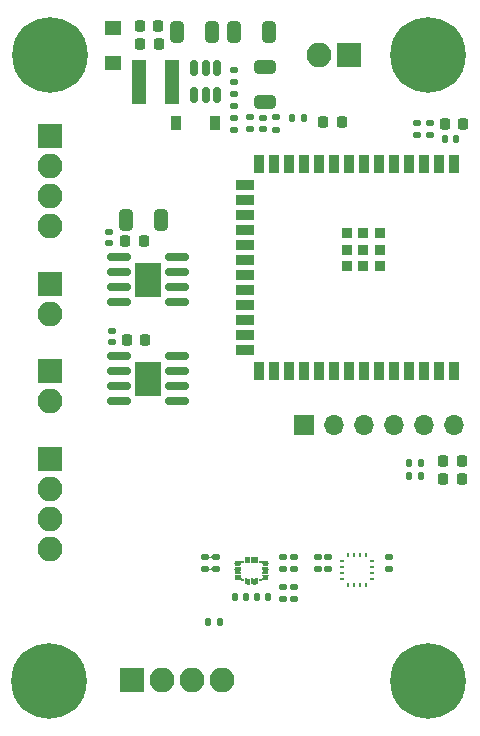
<source format=gbr>
%TF.GenerationSoftware,KiCad,Pcbnew,(6.0.7)*%
%TF.CreationDate,2025-03-15T16:29:39+08:00*%
%TF.ProjectId,solar_tracer,736f6c61-725f-4747-9261-6365722e6b69,1*%
%TF.SameCoordinates,PX6979f40PY7be1de0*%
%TF.FileFunction,Soldermask,Top*%
%TF.FilePolarity,Negative*%
%FSLAX46Y46*%
G04 Gerber Fmt 4.6, Leading zero omitted, Abs format (unit mm)*
G04 Created by KiCad (PCBNEW (6.0.7)) date 2025-03-15 16:29:39*
%MOMM*%
%LPD*%
G01*
G04 APERTURE LIST*
G04 Aperture macros list*
%AMRoundRect*
0 Rectangle with rounded corners*
0 $1 Rounding radius*
0 $2 $3 $4 $5 $6 $7 $8 $9 X,Y pos of 4 corners*
0 Add a 4 corners polygon primitive as box body*
4,1,4,$2,$3,$4,$5,$6,$7,$8,$9,$2,$3,0*
0 Add four circle primitives for the rounded corners*
1,1,$1+$1,$2,$3*
1,1,$1+$1,$4,$5*
1,1,$1+$1,$6,$7*
1,1,$1+$1,$8,$9*
0 Add four rect primitives between the rounded corners*
20,1,$1+$1,$2,$3,$4,$5,0*
20,1,$1+$1,$4,$5,$6,$7,0*
20,1,$1+$1,$6,$7,$8,$9,0*
20,1,$1+$1,$8,$9,$2,$3,0*%
G04 Aperture macros list end*
%ADD10C,0.800000*%
%ADD11C,6.400000*%
%ADD12RoundRect,0.225000X0.225000X0.250000X-0.225000X0.250000X-0.225000X-0.250000X0.225000X-0.250000X0*%
%ADD13RoundRect,0.250000X0.325000X0.650000X-0.325000X0.650000X-0.325000X-0.650000X0.325000X-0.650000X0*%
%ADD14RoundRect,0.225000X-0.225000X-0.250000X0.225000X-0.250000X0.225000X0.250000X-0.225000X0.250000X0*%
%ADD15R,2.290000X3.000000*%
%ADD16RoundRect,0.150000X0.825000X0.150000X-0.825000X0.150000X-0.825000X-0.150000X0.825000X-0.150000X0*%
%ADD17R,0.250000X0.450000*%
%ADD18R,0.450000X0.250000*%
%ADD19R,0.270000X0.600000*%
%ADD20R,0.600000X0.270000*%
%ADD21RoundRect,0.150000X0.150000X-0.512500X0.150000X0.512500X-0.150000X0.512500X-0.150000X-0.512500X0*%
%ADD22R,0.900000X1.500000*%
%ADD23R,1.500000X0.900000*%
%ADD24R,0.900000X0.900000*%
%ADD25RoundRect,0.135000X0.185000X-0.135000X0.185000X0.135000X-0.185000X0.135000X-0.185000X-0.135000X0*%
%ADD26RoundRect,0.135000X-0.185000X0.135000X-0.185000X-0.135000X0.185000X-0.135000X0.185000X0.135000X0*%
%ADD27RoundRect,0.135000X-0.135000X-0.185000X0.135000X-0.185000X0.135000X0.185000X-0.135000X0.185000X0*%
%ADD28R,1.200000X3.700000*%
%ADD29O,2.100000X2.100000*%
%ADD30R,2.100000X2.100000*%
%ADD31O,1.700000X1.700000*%
%ADD32R,1.700000X1.700000*%
%ADD33RoundRect,0.218750X0.218750X0.256250X-0.218750X0.256250X-0.218750X-0.256250X0.218750X-0.256250X0*%
%ADD34R,1.400000X1.300000*%
%ADD35R,0.900000X1.200000*%
%ADD36RoundRect,0.140000X0.170000X-0.140000X0.170000X0.140000X-0.170000X0.140000X-0.170000X-0.140000X0*%
%ADD37RoundRect,0.140000X0.140000X0.170000X-0.140000X0.170000X-0.140000X-0.170000X0.140000X-0.170000X0*%
%ADD38RoundRect,0.140000X-0.170000X0.140000X-0.170000X-0.140000X0.170000X-0.140000X0.170000X0.140000X0*%
%ADD39RoundRect,0.140000X-0.140000X-0.170000X0.140000X-0.170000X0.140000X0.170000X-0.140000X0.170000X0*%
%ADD40RoundRect,0.250000X-0.325000X-0.650000X0.325000X-0.650000X0.325000X0.650000X-0.325000X0.650000X0*%
%ADD41RoundRect,0.250000X0.650000X-0.325000X0.650000X0.325000X-0.650000X0.325000X-0.650000X-0.325000X0*%
G04 APERTURE END LIST*
D10*
%TO.C,H4*%
X33600000Y57000000D03*
X34302944Y55302944D03*
X34302944Y58697056D03*
X36000000Y54600000D03*
D11*
X36000000Y57000000D03*
D10*
X38400000Y57000000D03*
X37697056Y58697056D03*
X37697056Y55302944D03*
X36000000Y59400000D03*
%TD*%
%TO.C,H1*%
X1600000Y57000000D03*
X2302944Y55302944D03*
X2302944Y58697056D03*
X4000000Y54600000D03*
D11*
X4000000Y57000000D03*
D10*
X6400000Y57000000D03*
X5697056Y58697056D03*
X5697056Y55302944D03*
X4000000Y59400000D03*
%TD*%
D12*
%TO.C,C10*%
X11642600Y59450400D03*
X13192600Y59450400D03*
%TD*%
%TO.C,C9*%
X11668000Y57926400D03*
X13218000Y57926400D03*
%TD*%
D13*
%TO.C,C7*%
X19607000Y58917000D03*
X22557000Y58917000D03*
%TD*%
D14*
%TO.C,C2*%
X37461400Y51166600D03*
X39011400Y51166600D03*
%TD*%
D15*
%TO.C,U6*%
X12319000Y29580000D03*
D16*
X9844000Y27675000D03*
X9844000Y28945000D03*
X9844000Y30215000D03*
X9844000Y31485000D03*
X14794000Y31485000D03*
X14794000Y30215000D03*
X14794000Y28945000D03*
X14794000Y27675000D03*
%TD*%
D15*
%TO.C,U5*%
X12319000Y37962000D03*
D16*
X9844000Y36057000D03*
X9844000Y37327000D03*
X9844000Y38597000D03*
X9844000Y39867000D03*
X14794000Y39867000D03*
X14794000Y38597000D03*
X14794000Y37327000D03*
X14794000Y36057000D03*
%TD*%
D17*
%TO.C,U4*%
X30788000Y12123000D03*
X30288000Y12123000D03*
X29788000Y12123000D03*
X29288000Y12123000D03*
D18*
X28778000Y12633000D03*
X28778000Y13133000D03*
X28778000Y13633000D03*
X28778000Y14133000D03*
D17*
X29288000Y14643000D03*
X29788000Y14643000D03*
X30288000Y14643000D03*
X30788000Y14643000D03*
D18*
X31298000Y14133000D03*
X31298000Y13633000D03*
X31298000Y13133000D03*
X31298000Y12633000D03*
%TD*%
D19*
%TO.C,U3*%
X20582000Y14244000D03*
X21082000Y14244000D03*
X21582000Y14244000D03*
D20*
X22252000Y14074000D03*
X22252000Y13574000D03*
X22252000Y13074000D03*
X22252000Y12574000D03*
D19*
X21582000Y12404000D03*
X21082000Y12404000D03*
X20582000Y12404000D03*
D20*
X19912000Y12574000D03*
X19912000Y13074000D03*
X19912000Y13574000D03*
X19912000Y14074000D03*
%TD*%
D21*
%TO.C,U2*%
X16242800Y55863500D03*
X17192800Y55863500D03*
X18142800Y55863500D03*
X18142800Y53588500D03*
X17192800Y53588500D03*
X16242800Y53588500D03*
%TD*%
D22*
%TO.C,U1*%
X38260000Y47750000D03*
X36990000Y47750000D03*
X35720000Y47750000D03*
X34450000Y47750000D03*
X33180000Y47750000D03*
X31910000Y47750000D03*
X30640000Y47750000D03*
X29370000Y47750000D03*
X28100000Y47750000D03*
X26830000Y47750000D03*
X25560000Y47750000D03*
X24290000Y47750000D03*
X23020000Y47750000D03*
X21750000Y47750000D03*
D23*
X20500000Y45985000D03*
X20500000Y44715000D03*
X20500000Y43445000D03*
X20500000Y42175000D03*
X20500000Y40905000D03*
X20500000Y39635000D03*
X20500000Y38365000D03*
X20500000Y37095000D03*
X20500000Y35825000D03*
X20500000Y34555000D03*
X20500000Y33285000D03*
X20500000Y32015000D03*
D22*
X21750000Y30250000D03*
X23020000Y30250000D03*
X24290000Y30250000D03*
X25560000Y30250000D03*
X26830000Y30250000D03*
X28100000Y30250000D03*
X29370000Y30250000D03*
X30640000Y30250000D03*
X31910000Y30250000D03*
X33180000Y30250000D03*
X34450000Y30250000D03*
X35720000Y30250000D03*
X36990000Y30250000D03*
X38260000Y30250000D03*
D24*
X30540000Y40500000D03*
X30540000Y41900000D03*
X31940000Y41900000D03*
X31940000Y39100000D03*
X29140000Y40500000D03*
X30540000Y39100000D03*
X29140000Y39100000D03*
X31940000Y40500000D03*
X29140000Y41900000D03*
%TD*%
D25*
%TO.C,R15*%
X23749000Y13447000D03*
X23749000Y14467000D03*
%TD*%
%TO.C,R14*%
X24699000Y13447000D03*
X24699000Y14467000D03*
%TD*%
%TO.C,R13*%
X18034000Y13449000D03*
X18034000Y14469000D03*
%TD*%
%TO.C,R12*%
X17145000Y13449000D03*
X17145000Y14469000D03*
%TD*%
%TO.C,R11*%
X23749000Y10907000D03*
X23749000Y11927000D03*
%TD*%
%TO.C,R10*%
X24699000Y10907000D03*
X24699000Y11927000D03*
%TD*%
D26*
%TO.C,R9*%
X20955000Y50685400D03*
X20955000Y51705400D03*
%TD*%
%TO.C,R8*%
X23114000Y50662000D03*
X23114000Y51682000D03*
%TD*%
D27*
%TO.C,R7*%
X25529000Y51678000D03*
X24509000Y51678000D03*
%TD*%
D26*
%TO.C,R6*%
X19605800Y50654500D03*
X19605800Y51674500D03*
%TD*%
%TO.C,R5*%
X19580400Y52666600D03*
X19580400Y53686600D03*
%TD*%
%TO.C,R4*%
X19605800Y54718500D03*
X19605800Y55738500D03*
%TD*%
D27*
%TO.C,R3*%
X35433000Y22468000D03*
X34413000Y22468000D03*
%TD*%
%TO.C,R2*%
X35433000Y21325000D03*
X34413000Y21325000D03*
%TD*%
D26*
%TO.C,R1*%
X36153600Y51219400D03*
X36153600Y50199400D03*
%TD*%
D28*
%TO.C,L1*%
X11551000Y54726000D03*
X14351000Y54726000D03*
%TD*%
D29*
%TO.C,J7*%
X4000000Y27663750D03*
D30*
X4000000Y30203750D03*
%TD*%
D29*
%TO.C,J6*%
X4004000Y15175000D03*
X4004000Y17715000D03*
X4004000Y20255000D03*
D30*
X4004000Y22795000D03*
%TD*%
D29*
%TO.C,J5*%
X4000000Y35072500D03*
D30*
X4000000Y37612500D03*
%TD*%
D29*
%TO.C,J4*%
X4004000Y42481250D03*
X4004000Y45021250D03*
X4004000Y47561250D03*
D30*
X4004000Y50101250D03*
%TD*%
D29*
%TO.C,J3*%
X26797000Y57012000D03*
D30*
X29337000Y57012000D03*
%TD*%
D29*
%TO.C,J2*%
X18542000Y4053000D03*
X16002000Y4053000D03*
X13462000Y4053000D03*
D30*
X10922000Y4053000D03*
%TD*%
D31*
%TO.C,J1*%
X38227000Y25643000D03*
X35687000Y25643000D03*
X33147000Y25643000D03*
X30607000Y25643000D03*
X28067000Y25643000D03*
D32*
X25527000Y25643000D03*
%TD*%
D10*
%TO.C,H3*%
X33600000Y4000000D03*
X34302944Y2302944D03*
X34302944Y5697056D03*
X36000000Y1600000D03*
D11*
X36000000Y4000000D03*
D10*
X38400000Y4000000D03*
X37697056Y5697056D03*
X37697056Y2302944D03*
X36000000Y6400000D03*
%TD*%
%TO.C,H2*%
X1553500Y4000000D03*
X2256444Y2302944D03*
X2256444Y5697056D03*
X3953500Y1600000D03*
D11*
X3953500Y4000000D03*
D10*
X6353500Y4000000D03*
X5650556Y5697056D03*
X5650556Y2302944D03*
X3953500Y6400000D03*
%TD*%
D33*
%TO.C,D5*%
X27152500Y51297000D03*
X28727500Y51297000D03*
%TD*%
D34*
%TO.C,D4*%
X9392000Y59224000D03*
X9392000Y56324000D03*
%TD*%
D35*
%TO.C,D3*%
X17953800Y51246200D03*
X14653800Y51246200D03*
%TD*%
D33*
%TO.C,D2*%
X37310500Y22595000D03*
X38885500Y22595000D03*
%TD*%
%TO.C,D1*%
X37312500Y21067000D03*
X38887500Y21067000D03*
%TD*%
D12*
%TO.C,C20*%
X10528000Y32882000D03*
X12078000Y32882000D03*
%TD*%
%TO.C,C19*%
X10401000Y41264000D03*
X11951000Y41264000D03*
%TD*%
D36*
%TO.C,C18*%
X9271000Y33616000D03*
X9271000Y32656000D03*
%TD*%
%TO.C,C17*%
X9017000Y41998000D03*
X9017000Y41038000D03*
%TD*%
%TO.C,C16*%
X27559000Y13479000D03*
X27559000Y14439000D03*
%TD*%
D37*
%TO.C,C15*%
X20612000Y11097000D03*
X19652000Y11097000D03*
%TD*%
D36*
%TO.C,C14*%
X26670000Y13479000D03*
X26670000Y14439000D03*
%TD*%
D38*
%TO.C,C13*%
X32679000Y14439000D03*
X32679000Y13479000D03*
%TD*%
D39*
%TO.C,C12*%
X21557000Y11097000D03*
X22517000Y11097000D03*
%TD*%
D38*
%TO.C,C11*%
X22047200Y50715400D03*
X22047200Y51675400D03*
%TD*%
D40*
%TO.C,C8*%
X17702600Y58917000D03*
X14752600Y58917000D03*
%TD*%
D13*
%TO.C,C6*%
X10463000Y43042000D03*
X13413000Y43042000D03*
%TD*%
D41*
%TO.C,C5*%
X22225000Y55947000D03*
X22225000Y52997000D03*
%TD*%
D37*
%TO.C,C4*%
X17427000Y9006000D03*
X18387000Y9006000D03*
%TD*%
D39*
%TO.C,C3*%
X37451600Y49820400D03*
X38411600Y49820400D03*
%TD*%
D36*
%TO.C,C1*%
X35086800Y50229400D03*
X35086800Y51189400D03*
%TD*%
G36*
X20948794Y12700562D02*
G01*
X20949000Y12699677D01*
X20949000Y12108322D01*
X20948000Y12106590D01*
X20946000Y12106590D01*
X20945337Y12107211D01*
X20934432Y12123533D01*
X20881056Y12168141D01*
X20812341Y12176774D01*
X20749711Y12146811D01*
X20729657Y12123666D01*
X20718663Y12107212D01*
X20716869Y12106327D01*
X20715206Y12107438D01*
X20715000Y12108323D01*
X20715000Y12699678D01*
X20716000Y12701410D01*
X20718000Y12701410D01*
X20718663Y12700789D01*
X20729568Y12684467D01*
X20782944Y12639859D01*
X20851659Y12631226D01*
X20914289Y12661189D01*
X20934343Y12684334D01*
X20945337Y12700788D01*
X20947131Y12701673D01*
X20948794Y12700562D01*
G37*
G36*
X21448794Y12700562D02*
G01*
X21449000Y12699677D01*
X21449000Y12108322D01*
X21448000Y12106590D01*
X21446000Y12106590D01*
X21445337Y12107211D01*
X21434432Y12123533D01*
X21381056Y12168141D01*
X21312341Y12176774D01*
X21249711Y12146811D01*
X21229657Y12123666D01*
X21218663Y12107212D01*
X21216869Y12106327D01*
X21215206Y12107438D01*
X21215000Y12108323D01*
X21215000Y12699678D01*
X21216000Y12701410D01*
X21218000Y12701410D01*
X21218663Y12700789D01*
X21229568Y12684467D01*
X21282944Y12639859D01*
X21351659Y12631226D01*
X21414289Y12661189D01*
X21434343Y12684334D01*
X21445337Y12700788D01*
X21447131Y12701673D01*
X21448794Y12700562D01*
G37*
G36*
X21953794Y12705562D02*
G01*
X21954000Y12704677D01*
X21954000Y12443324D01*
X21953000Y12441592D01*
X21951000Y12441592D01*
X21950337Y12442213D01*
X21944432Y12451051D01*
X21891057Y12495659D01*
X21822341Y12504293D01*
X21759865Y12474404D01*
X21723380Y12415343D01*
X21718982Y12382693D01*
X21717760Y12381110D01*
X21715778Y12381377D01*
X21715000Y12382960D01*
X21715000Y12699676D01*
X21716000Y12701408D01*
X21718000Y12701408D01*
X21718663Y12700787D01*
X21729102Y12685164D01*
X21729241Y12685257D01*
X21731237Y12685388D01*
X21732124Y12684521D01*
X21745553Y12658850D01*
X21805738Y12624578D01*
X21874896Y12628287D01*
X21931119Y12668830D01*
X21942874Y12694571D01*
X21943030Y12694851D01*
X21950337Y12705788D01*
X21952131Y12706673D01*
X21953794Y12705562D01*
G37*
G36*
X20213663Y12705788D02*
G01*
X20224512Y12689551D01*
X20225034Y12689585D01*
X20225922Y12688718D01*
X20241543Y12658854D01*
X20301726Y12624579D01*
X20370885Y12628285D01*
X20427109Y12668825D01*
X20433799Y12683472D01*
X20433955Y12683752D01*
X20445337Y12700788D01*
X20447131Y12701673D01*
X20448794Y12700562D01*
X20449000Y12699677D01*
X20449000Y12382963D01*
X20448000Y12381231D01*
X20446000Y12381231D01*
X20445081Y12382400D01*
X20425405Y12449412D01*
X20373062Y12494767D01*
X20304509Y12504624D01*
X20241364Y12475786D01*
X20219657Y12451182D01*
X20213663Y12442212D01*
X20211869Y12441327D01*
X20210206Y12442439D01*
X20210000Y12443323D01*
X20210000Y12704677D01*
X20211000Y12706409D01*
X20213000Y12706409D01*
X20213663Y12705788D01*
G37*
G36*
X20209410Y12940000D02*
G01*
X20209410Y12938000D01*
X20208789Y12937337D01*
X20192467Y12926432D01*
X20147859Y12873056D01*
X20139226Y12804341D01*
X20169189Y12741711D01*
X20192334Y12721657D01*
X20208788Y12710663D01*
X20209673Y12708869D01*
X20208562Y12707206D01*
X20207677Y12707000D01*
X19616322Y12707000D01*
X19614590Y12708000D01*
X19614590Y12710000D01*
X19615211Y12710663D01*
X19631533Y12721568D01*
X19676141Y12774944D01*
X19684774Y12843659D01*
X19654811Y12906289D01*
X19631666Y12926343D01*
X19615212Y12937337D01*
X19614327Y12939131D01*
X19615438Y12940794D01*
X19616323Y12941000D01*
X20207678Y12941000D01*
X20209410Y12940000D01*
G37*
G36*
X22549410Y12940000D02*
G01*
X22549410Y12938000D01*
X22548789Y12937337D01*
X22532467Y12926432D01*
X22487859Y12873056D01*
X22479226Y12804341D01*
X22509189Y12741711D01*
X22532334Y12721657D01*
X22548788Y12710663D01*
X22549673Y12708869D01*
X22548562Y12707206D01*
X22547677Y12707000D01*
X21956323Y12707000D01*
X21954591Y12708000D01*
X21954591Y12710000D01*
X21955212Y12710663D01*
X21971533Y12721568D01*
X22016141Y12774944D01*
X22024774Y12843659D01*
X21994811Y12906289D01*
X21971666Y12926343D01*
X21955212Y12937337D01*
X21954327Y12939131D01*
X21955438Y12940794D01*
X21956323Y12941000D01*
X22547678Y12941000D01*
X22549410Y12940000D01*
G37*
G36*
X20209410Y13440000D02*
G01*
X20209410Y13438000D01*
X20208789Y13437337D01*
X20192467Y13426432D01*
X20147859Y13373056D01*
X20139226Y13304341D01*
X20169189Y13241711D01*
X20192334Y13221657D01*
X20208788Y13210663D01*
X20209673Y13208869D01*
X20208562Y13207206D01*
X20207677Y13207000D01*
X19616322Y13207000D01*
X19614590Y13208000D01*
X19614590Y13210000D01*
X19615211Y13210663D01*
X19631533Y13221568D01*
X19676141Y13274944D01*
X19684774Y13343659D01*
X19654811Y13406289D01*
X19631666Y13426343D01*
X19615212Y13437337D01*
X19614327Y13439131D01*
X19615438Y13440794D01*
X19616323Y13441000D01*
X20207678Y13441000D01*
X20209410Y13440000D01*
G37*
G36*
X22549410Y13440000D02*
G01*
X22549410Y13438000D01*
X22548789Y13437337D01*
X22532467Y13426432D01*
X22487859Y13373056D01*
X22479226Y13304341D01*
X22509189Y13241711D01*
X22532334Y13221657D01*
X22548788Y13210663D01*
X22549673Y13208869D01*
X22548562Y13207206D01*
X22547677Y13207000D01*
X21956322Y13207000D01*
X21954590Y13208000D01*
X21954590Y13210000D01*
X21955211Y13210663D01*
X21971533Y13221568D01*
X22016141Y13274944D01*
X22024774Y13343659D01*
X21994811Y13406289D01*
X21971666Y13426343D01*
X21955212Y13437337D01*
X21954327Y13439131D01*
X21955438Y13440794D01*
X21956323Y13441000D01*
X22547678Y13441000D01*
X22549410Y13440000D01*
G37*
G36*
X17715319Y13573194D02*
G01*
X17716000Y13571690D01*
X17716000Y13326320D01*
X17715000Y13324588D01*
X17713000Y13324588D01*
X17712038Y13325930D01*
X17710193Y13335208D01*
X17677954Y13396840D01*
X17617769Y13431114D01*
X17548612Y13427408D01*
X17492387Y13386866D01*
X17468821Y13335263D01*
X17466962Y13325920D01*
X17465643Y13324416D01*
X17463681Y13324806D01*
X17463000Y13326310D01*
X17463000Y13571680D01*
X17464000Y13573412D01*
X17466000Y13573412D01*
X17466962Y13572070D01*
X17468807Y13562792D01*
X17501046Y13501160D01*
X17561231Y13466886D01*
X17630388Y13470592D01*
X17686613Y13511134D01*
X17710179Y13562737D01*
X17712038Y13572080D01*
X17713357Y13573584D01*
X17715319Y13573194D01*
G37*
G36*
X22549410Y13940000D02*
G01*
X22549410Y13938000D01*
X22548789Y13937337D01*
X22532467Y13926432D01*
X22487859Y13873056D01*
X22479226Y13804341D01*
X22509189Y13741711D01*
X22532334Y13721657D01*
X22548788Y13710663D01*
X22549673Y13708869D01*
X22548562Y13707206D01*
X22547677Y13707000D01*
X21956322Y13707000D01*
X21954590Y13708000D01*
X21954590Y13710000D01*
X21955211Y13710663D01*
X21971533Y13721568D01*
X22016141Y13774944D01*
X22024774Y13843659D01*
X21994811Y13906289D01*
X21971666Y13926343D01*
X21955212Y13937337D01*
X21954327Y13939131D01*
X21955438Y13940794D01*
X21956323Y13941000D01*
X22547678Y13941000D01*
X22549410Y13940000D01*
G37*
G36*
X20209409Y13940000D02*
G01*
X20209409Y13938000D01*
X20208788Y13937337D01*
X20192467Y13926432D01*
X20147859Y13873056D01*
X20139226Y13804341D01*
X20169189Y13741711D01*
X20192334Y13721657D01*
X20208788Y13710663D01*
X20209673Y13708869D01*
X20208562Y13707206D01*
X20207677Y13707000D01*
X19616322Y13707000D01*
X19614590Y13708000D01*
X19614590Y13710000D01*
X19615211Y13710663D01*
X19631533Y13721568D01*
X19676141Y13774944D01*
X19684774Y13843659D01*
X19654811Y13906289D01*
X19631666Y13926343D01*
X19615212Y13937337D01*
X19614327Y13939131D01*
X19615438Y13940794D01*
X19616323Y13941000D01*
X20207677Y13941000D01*
X20209409Y13940000D01*
G37*
G36*
X20448222Y14266623D02*
G01*
X20449000Y14265040D01*
X20449000Y13948324D01*
X20448000Y13946592D01*
X20446000Y13946592D01*
X20445337Y13947213D01*
X20434898Y13962836D01*
X20434759Y13962743D01*
X20432763Y13962612D01*
X20431876Y13963479D01*
X20418447Y13989150D01*
X20358262Y14023422D01*
X20289104Y14019713D01*
X20232881Y13979170D01*
X20221126Y13953429D01*
X20220970Y13953149D01*
X20213663Y13942212D01*
X20211869Y13941327D01*
X20210206Y13942438D01*
X20210000Y13943323D01*
X20210000Y14204676D01*
X20211000Y14206408D01*
X20213000Y14206408D01*
X20213663Y14205787D01*
X20219568Y14196949D01*
X20272943Y14152341D01*
X20341659Y14143707D01*
X20404135Y14173596D01*
X20440620Y14232657D01*
X20445018Y14265307D01*
X20446240Y14266890D01*
X20448222Y14266623D01*
G37*
G36*
X21718919Y14265600D02*
G01*
X21738595Y14198588D01*
X21790938Y14153233D01*
X21859491Y14143376D01*
X21922636Y14172214D01*
X21944343Y14196818D01*
X21950337Y14205788D01*
X21952131Y14206673D01*
X21953794Y14205561D01*
X21954000Y14204677D01*
X21954000Y13943323D01*
X21953000Y13941591D01*
X21951000Y13941591D01*
X21950337Y13942212D01*
X21939488Y13958449D01*
X21938966Y13958415D01*
X21938078Y13959282D01*
X21922457Y13989146D01*
X21862274Y14023421D01*
X21793115Y14019715D01*
X21736891Y13979175D01*
X21730201Y13964528D01*
X21730045Y13964248D01*
X21718663Y13947212D01*
X21716869Y13946327D01*
X21715206Y13947438D01*
X21715000Y13948323D01*
X21715000Y14265037D01*
X21716000Y14266769D01*
X21718000Y14266769D01*
X21718919Y14265600D01*
G37*
G36*
X20948794Y14540562D02*
G01*
X20949000Y14539677D01*
X20949000Y13948322D01*
X20948000Y13946590D01*
X20946000Y13946590D01*
X20945337Y13947211D01*
X20934432Y13963533D01*
X20881056Y14008141D01*
X20812341Y14016774D01*
X20749711Y13986811D01*
X20729657Y13963666D01*
X20718663Y13947212D01*
X20716869Y13946327D01*
X20715206Y13947438D01*
X20715000Y13948323D01*
X20715000Y14539678D01*
X20716000Y14541410D01*
X20718000Y14541410D01*
X20718663Y14540789D01*
X20729568Y14524467D01*
X20782944Y14479859D01*
X20851659Y14471226D01*
X20914289Y14501189D01*
X20934343Y14524334D01*
X20945337Y14540788D01*
X20947131Y14541673D01*
X20948794Y14540562D01*
G37*
G36*
X21448794Y14540562D02*
G01*
X21449000Y14539677D01*
X21449000Y13948322D01*
X21448000Y13946590D01*
X21446000Y13946590D01*
X21445337Y13947211D01*
X21434432Y13963533D01*
X21381056Y14008141D01*
X21312341Y14016774D01*
X21249711Y13986811D01*
X21229657Y13963666D01*
X21218663Y13947212D01*
X21216869Y13946327D01*
X21215206Y13947438D01*
X21215000Y13948323D01*
X21215000Y14539678D01*
X21216000Y14541410D01*
X21218000Y14541410D01*
X21218663Y14540789D01*
X21229568Y14524467D01*
X21282944Y14479859D01*
X21351659Y14471226D01*
X21414289Y14501189D01*
X21434343Y14524334D01*
X21445337Y14540788D01*
X21447131Y14541673D01*
X21448794Y14540562D01*
G37*
G36*
X17715319Y14593194D02*
G01*
X17716000Y14591690D01*
X17716000Y14346320D01*
X17715000Y14344588D01*
X17713000Y14344588D01*
X17712038Y14345930D01*
X17710193Y14355208D01*
X17677954Y14416840D01*
X17617769Y14451114D01*
X17548612Y14447408D01*
X17492387Y14406866D01*
X17468821Y14355263D01*
X17466962Y14345920D01*
X17465643Y14344416D01*
X17463681Y14344806D01*
X17463000Y14346310D01*
X17463000Y14591680D01*
X17464000Y14593412D01*
X17466000Y14593412D01*
X17466962Y14592070D01*
X17468807Y14582792D01*
X17501046Y14521160D01*
X17561231Y14486886D01*
X17630388Y14490592D01*
X17686613Y14531134D01*
X17710179Y14582737D01*
X17712038Y14592080D01*
X17713357Y14593584D01*
X17715319Y14593194D01*
G37*
M02*

</source>
